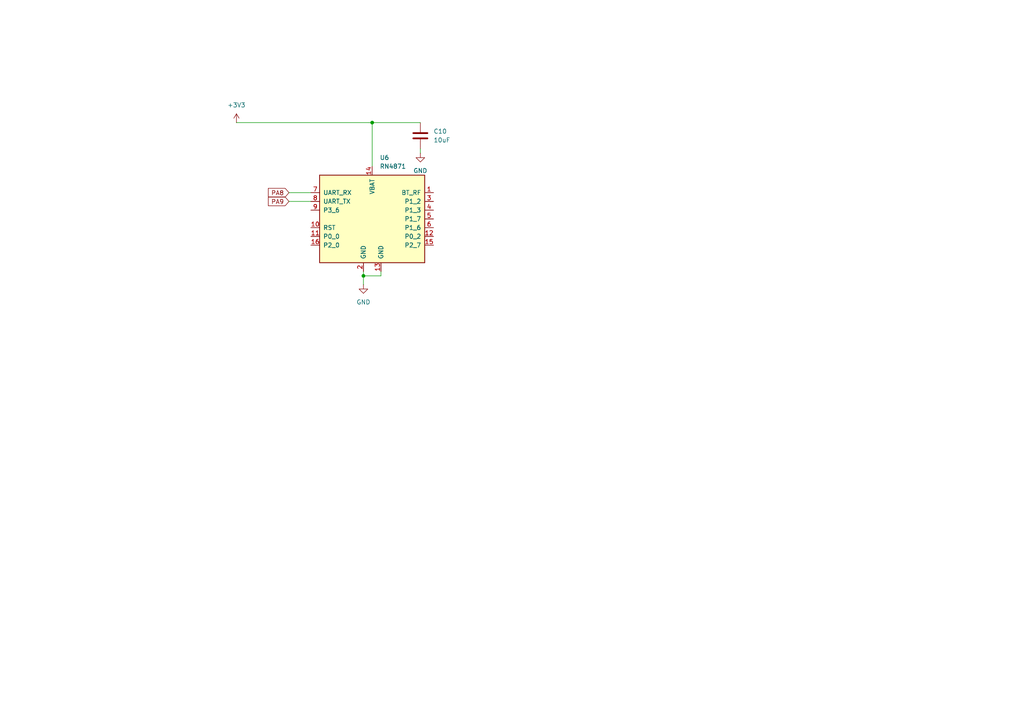
<source format=kicad_sch>
(kicad_sch (version 20231120) (generator "eeschema") (generator_version "8.0")
  (paper "A4")
  (lib_symbols
    (symbol "Device:C" (pin_numbers hide) (pin_names (offset 0.254))
      (property "Reference" "C" (at 0.635 2.54 0))
      (property "Value" "C" (at 0.635 -2.54 0))
      (symbol "C_0_1"
        (polyline (pts (xy -2.032 -0.762) (xy 2.032 -0.762)) (stroke (width 0.508)))
        (polyline (pts (xy -2.032 0.762) (xy 2.032 0.762)) (stroke (width 0.508)))
      )
      (symbol "C_1_1"
        (pin passive line (at 0 3.81 270) (length 2.794) (name "~") (number "1"))
        (pin passive line (at 0 -3.81 90) (length 2.794) (name "~") (number "2"))
      )
    )
    (symbol "RF_Bluetooth:RN4871" (pin_names (offset 1.016))
      (property "Reference" "U" (at -12.7 13.97 0))
      (property "Value" "RN4871" (at 11.43 -15.24 0))
      (symbol "RN4871_0_1"
        (rectangle (start -15.24 12.7) (end 15.24 -12.7) (stroke (width 0.254)) (fill (type background)))
      )
      (symbol "RN4871_1_1"
        (pin output line (at 17.78 7.62 180) (length 2.54) (name "BT_RF") (number "1"))
        (pin input line (at -17.78 -2.54 0) (length 2.54) (name "RST") (number "10"))
        (pin bidirectional line (at -17.78 -5.08 0) (length 2.54) (name "P0_0") (number "11"))
        (pin bidirectional line (at 17.78 -5.08 180) (length 2.54) (name "P0_2") (number "12"))
        (pin power_in line (at 2.54 -15.24 90) (length 2.54) (name "GND") (number "13"))
        (pin power_in line (at 0 15.24 270) (length 2.54) (name "VBAT") (number "14"))
        (pin bidirectional line (at 17.78 -7.62 180) (length 2.54) (name "P2_7") (number "15"))
        (pin input line (at -17.78 -7.62 0) (length 2.54) (name "P2_0") (number "16"))
        (pin power_in line (at -2.54 -15.24 90) (length 2.54) (name "GND") (number "2"))
        (pin bidirectional line (at 17.78 5.08 180) (length 2.54) (name "P1_2") (number "3"))
        (pin bidirectional line (at 17.78 2.54 180) (length 2.54) (name "P1_3") (number "4"))
        (pin bidirectional line (at 17.78 0 180) (length 2.54) (name "P1_7") (number "5"))
        (pin bidirectional line (at 17.78 -2.54 180) (length 2.54) (name "P1_6") (number "6"))
        (pin input line (at -17.78 7.62 0) (length 2.54) (name "UART_RX") (number "7"))
        (pin output line (at -17.78 5.08 0) (length 2.54) (name "UART_TX") (number "8"))
        (pin bidirectional line (at -17.78 2.54 0) (length 2.54) (name "P3_6") (number "9"))
      )
    )
    (symbol "power:+3V3" (power) (pin_numbers hide) (pin_names (offset 0) hide)
      (property "Value" "+3V3" (at 0 3.556 0))
      (symbol "+3V3_0_1"
        (polyline (pts (xy -0.762 1.27) (xy 0 2.54)))
        (polyline (pts (xy 0 0) (xy 0 2.54)))
        (polyline (pts (xy 0 2.54) (xy 0.762 1.27)))
      )
      (symbol "+3V3_1_1"
        (pin power_in line (at 0 0 90) (length 0) (name "~") (number "1"))
      )
    )
    (symbol "power:GND" (power) (pin_numbers hide) (pin_names (offset 0) hide)
      (property "Value" "GND" (at 0 -3.81 0))
      (symbol "GND_0_1"
        (polyline (pts (xy 0 0) (xy 0 -1.27) (xy 1.27 -1.27) (xy 0 -2.54) (xy -1.27 -1.27) (xy 0 -1.27)))
      )
      (symbol "GND_1_1"
        (pin power_in line (at 0 0 270) (length 0) (name "~") (number "1"))
      )
    )
  )
  (junction (at 107.95 35.56))
  (junction (at 105.41 80.01))
  (wire (pts (xy 68.58 35.56) (xy 107.95 35.56)))
  (wire (pts (xy 107.95 48.26) (xy 107.95 35.56)))
  (wire (pts (xy 83.82 58.42) (xy 90.17 58.42)))
  (wire (pts (xy 83.82 55.88) (xy 90.17 55.88)))
  (wire (pts (xy 107.95 35.56) (xy 121.92 35.56)))
  (wire (pts (xy 121.92 43.18) (xy 121.92 44.45)))
  (wire (pts (xy 105.41 78.74) (xy 105.41 80.01)))
  (wire (pts (xy 110.49 78.74) (xy 110.49 80.01)))
  (wire (pts (xy 105.41 80.01) (xy 105.41 82.55)))
  (wire (pts (xy 110.49 80.01) (xy 105.41 80.01)))
  (global_label "PA9" (shape input) (at 83.82 58.42 180) (property "Intersheetrefs" "${INTERSHEET_REFS}" (effects (hide yes))))
  (global_label "PA8" (shape input) (at 83.82 55.88 180) (property "Intersheetrefs" "${INTERSHEET_REFS}" (effects (hide yes))))
  (symbol (lib_id "power:GND") (at 105.41 82.55 0) (unit 1)
    (property "Reference" "#PWR022" (effects (hide yes)))
    (property "Value" "GND" (at 105.41 87.63 0))
    (property "Description" "Power symbol creates a global label with name \"GND\" , ground" (effects (hide yes)))
  )
  (symbol (lib_id "power:GND") (at 121.92 44.45 0) (unit 1)
    (property "Reference" "#PWR0101" (effects (hide yes)))
    (property "Value" "GND" (at 121.92 49.53 0))
    (property "Description" "Power symbol creates a global label with name \"GND\" , ground" (effects (hide yes)))
  )
  (symbol (lib_id "power:+3V3") (at 68.58 35.56 0) (unit 1)
    (property "Reference" "#PWR023" (effects (hide yes)))
    (property "Value" "+3V3" (at 68.58 30.48 0))
    (property "Description" "Power symbol creates a global label with name \"+3V3\"" (effects (hide yes)))
  )
  (symbol (lib_id "Device:C") (at 121.92 39.37 0) (unit 1)
    (property "Reference" "C10" (at 125.73 38.0999 0) (effects (justify left)))
    (property "Value" "10uF" (at 125.73 40.6399 0) (effects (justify left)))
    (property "Footprint" "RSLK2:C_0603_1608Metric" (effects (hide yes)))
    (property "Description" "Unpolarized capacitor" (effects (hide yes)))
  )
  (symbol (lib_id "RF_Bluetooth:RN4871") (at 107.95 63.5 0) (unit 1)
    (property "Reference" "U6" (at 110.1441 45.72 0) (effects (justify left)))
    (property "Value" "RN4871" (at 110.1441 48.26 0) (effects (justify left)))
    (property "Footprint" "RF_Module:Microchip_RN4871" (effects (hide yes)))
    (property "Datasheet" "http://ww1.microchip.com/downloads/en/DeviceDoc/50002489A.pdf" (effects (hide yes)))
    (property "Description" "Bluetooth Low Energy 4.2 Module" (effects (hide yes)))
  )
)
</source>
